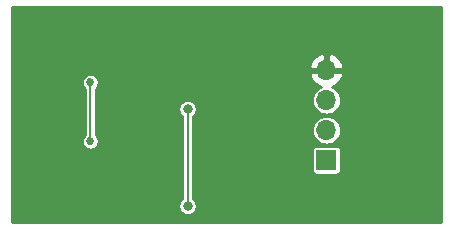
<source format=gbr>
G04 #@! TF.GenerationSoftware,KiCad,Pcbnew,(5.1.4)-1*
G04 #@! TF.CreationDate,2019-11-14T00:10:30-06:00*
G04 #@! TF.ProjectId,USB_Serial,5553425f-5365-4726-9961-6c2e6b696361,rev?*
G04 #@! TF.SameCoordinates,Original*
G04 #@! TF.FileFunction,Copper,L2,Bot*
G04 #@! TF.FilePolarity,Positive*
%FSLAX46Y46*%
G04 Gerber Fmt 4.6, Leading zero omitted, Abs format (unit mm)*
G04 Created by KiCad (PCBNEW (5.1.4)-1) date 2019-11-14 00:10:30*
%MOMM*%
%LPD*%
G04 APERTURE LIST*
%ADD10O,1.700000X1.700000*%
%ADD11R,1.700000X1.700000*%
%ADD12C,0.685800*%
%ADD13C,0.800000*%
%ADD14C,0.152400*%
%ADD15C,0.254000*%
G04 APERTURE END LIST*
D10*
X170500000Y-68980000D03*
X170500000Y-71520000D03*
X170500000Y-74060000D03*
D11*
X170500000Y-76600000D03*
D12*
X150500000Y-70000000D03*
X150500000Y-75000000D03*
D13*
X154500000Y-68500000D03*
X162750000Y-69000000D03*
X159750000Y-74750000D03*
X169500000Y-80500000D03*
X158750000Y-72250000D03*
X158750000Y-80500000D03*
D14*
X150500000Y-70000000D02*
X150500000Y-75000000D01*
X158750000Y-72250000D02*
X158750000Y-80500000D01*
D15*
G36*
X180224000Y-81844000D02*
G01*
X143906000Y-81844000D01*
X143906000Y-69928702D01*
X149776100Y-69928702D01*
X149776100Y-70071298D01*
X149803919Y-70211154D01*
X149858488Y-70342895D01*
X149937710Y-70461460D01*
X150038540Y-70562290D01*
X150042800Y-70565136D01*
X150042801Y-74434863D01*
X150038540Y-74437710D01*
X149937710Y-74538540D01*
X149858488Y-74657105D01*
X149803919Y-74788846D01*
X149776100Y-74928702D01*
X149776100Y-75071298D01*
X149803919Y-75211154D01*
X149858488Y-75342895D01*
X149937710Y-75461460D01*
X150038540Y-75562290D01*
X150157105Y-75641512D01*
X150288846Y-75696081D01*
X150428702Y-75723900D01*
X150571298Y-75723900D01*
X150711154Y-75696081D01*
X150842895Y-75641512D01*
X150961460Y-75562290D01*
X151062290Y-75461460D01*
X151141512Y-75342895D01*
X151196081Y-75211154D01*
X151223900Y-75071298D01*
X151223900Y-74928702D01*
X151196081Y-74788846D01*
X151141512Y-74657105D01*
X151062290Y-74538540D01*
X150961460Y-74437710D01*
X150957200Y-74434864D01*
X150957200Y-72173078D01*
X157969000Y-72173078D01*
X157969000Y-72326922D01*
X157999013Y-72477809D01*
X158057887Y-72619942D01*
X158143358Y-72747859D01*
X158252141Y-72856642D01*
X158292800Y-72883809D01*
X158292801Y-79866190D01*
X158252141Y-79893358D01*
X158143358Y-80002141D01*
X158057887Y-80130058D01*
X157999013Y-80272191D01*
X157969000Y-80423078D01*
X157969000Y-80576922D01*
X157999013Y-80727809D01*
X158057887Y-80869942D01*
X158143358Y-80997859D01*
X158252141Y-81106642D01*
X158380058Y-81192113D01*
X158522191Y-81250987D01*
X158673078Y-81281000D01*
X158826922Y-81281000D01*
X158977809Y-81250987D01*
X159119942Y-81192113D01*
X159247859Y-81106642D01*
X159356642Y-80997859D01*
X159442113Y-80869942D01*
X159500987Y-80727809D01*
X159531000Y-80576922D01*
X159531000Y-80423078D01*
X159500987Y-80272191D01*
X159442113Y-80130058D01*
X159356642Y-80002141D01*
X159247859Y-79893358D01*
X159207200Y-79866191D01*
X159207200Y-75750000D01*
X169267157Y-75750000D01*
X169267157Y-77450000D01*
X169274513Y-77524689D01*
X169296299Y-77596508D01*
X169331678Y-77662696D01*
X169379289Y-77720711D01*
X169437304Y-77768322D01*
X169503492Y-77803701D01*
X169575311Y-77825487D01*
X169650000Y-77832843D01*
X171350000Y-77832843D01*
X171424689Y-77825487D01*
X171496508Y-77803701D01*
X171562696Y-77768322D01*
X171620711Y-77720711D01*
X171668322Y-77662696D01*
X171703701Y-77596508D01*
X171725487Y-77524689D01*
X171732843Y-77450000D01*
X171732843Y-75750000D01*
X171725487Y-75675311D01*
X171703701Y-75603492D01*
X171668322Y-75537304D01*
X171620711Y-75479289D01*
X171562696Y-75431678D01*
X171496508Y-75396299D01*
X171424689Y-75374513D01*
X171350000Y-75367157D01*
X169650000Y-75367157D01*
X169575311Y-75374513D01*
X169503492Y-75396299D01*
X169437304Y-75431678D01*
X169379289Y-75479289D01*
X169331678Y-75537304D01*
X169296299Y-75603492D01*
X169274513Y-75675311D01*
X169267157Y-75750000D01*
X159207200Y-75750000D01*
X159207200Y-74060000D01*
X169263044Y-74060000D01*
X169286812Y-74301318D01*
X169357202Y-74533363D01*
X169471509Y-74747216D01*
X169625340Y-74934660D01*
X169812784Y-75088491D01*
X170026637Y-75202798D01*
X170258682Y-75273188D01*
X170439528Y-75291000D01*
X170560472Y-75291000D01*
X170741318Y-75273188D01*
X170973363Y-75202798D01*
X171187216Y-75088491D01*
X171374660Y-74934660D01*
X171528491Y-74747216D01*
X171642798Y-74533363D01*
X171713188Y-74301318D01*
X171736956Y-74060000D01*
X171713188Y-73818682D01*
X171642798Y-73586637D01*
X171528491Y-73372784D01*
X171374660Y-73185340D01*
X171187216Y-73031509D01*
X170973363Y-72917202D01*
X170741318Y-72846812D01*
X170560472Y-72829000D01*
X170439528Y-72829000D01*
X170258682Y-72846812D01*
X170026637Y-72917202D01*
X169812784Y-73031509D01*
X169625340Y-73185340D01*
X169471509Y-73372784D01*
X169357202Y-73586637D01*
X169286812Y-73818682D01*
X169263044Y-74060000D01*
X159207200Y-74060000D01*
X159207200Y-72883809D01*
X159247859Y-72856642D01*
X159356642Y-72747859D01*
X159442113Y-72619942D01*
X159500987Y-72477809D01*
X159531000Y-72326922D01*
X159531000Y-72173078D01*
X159500987Y-72022191D01*
X159442113Y-71880058D01*
X159356642Y-71752141D01*
X159247859Y-71643358D01*
X159119942Y-71557887D01*
X158977809Y-71499013D01*
X158826922Y-71469000D01*
X158673078Y-71469000D01*
X158522191Y-71499013D01*
X158380058Y-71557887D01*
X158252141Y-71643358D01*
X158143358Y-71752141D01*
X158057887Y-71880058D01*
X157999013Y-72022191D01*
X157969000Y-72173078D01*
X150957200Y-72173078D01*
X150957200Y-70565136D01*
X150961460Y-70562290D01*
X151062290Y-70461460D01*
X151141512Y-70342895D01*
X151196081Y-70211154D01*
X151223900Y-70071298D01*
X151223900Y-69928702D01*
X151196081Y-69788846D01*
X151141512Y-69657105D01*
X151062290Y-69538540D01*
X150961460Y-69437710D01*
X150842895Y-69358488D01*
X150790753Y-69336890D01*
X169058524Y-69336890D01*
X169103175Y-69484099D01*
X169228359Y-69746920D01*
X169402412Y-69980269D01*
X169618645Y-70175178D01*
X169868748Y-70324157D01*
X170023305Y-70378983D01*
X169812784Y-70491509D01*
X169625340Y-70645340D01*
X169471509Y-70832784D01*
X169357202Y-71046637D01*
X169286812Y-71278682D01*
X169263044Y-71520000D01*
X169286812Y-71761318D01*
X169357202Y-71993363D01*
X169471509Y-72207216D01*
X169625340Y-72394660D01*
X169812784Y-72548491D01*
X170026637Y-72662798D01*
X170258682Y-72733188D01*
X170439528Y-72751000D01*
X170560472Y-72751000D01*
X170741318Y-72733188D01*
X170973363Y-72662798D01*
X171187216Y-72548491D01*
X171374660Y-72394660D01*
X171528491Y-72207216D01*
X171642798Y-71993363D01*
X171713188Y-71761318D01*
X171736956Y-71520000D01*
X171713188Y-71278682D01*
X171642798Y-71046637D01*
X171528491Y-70832784D01*
X171374660Y-70645340D01*
X171187216Y-70491509D01*
X170976695Y-70378983D01*
X171131252Y-70324157D01*
X171381355Y-70175178D01*
X171597588Y-69980269D01*
X171771641Y-69746920D01*
X171896825Y-69484099D01*
X171941476Y-69336890D01*
X171820155Y-69107000D01*
X170627000Y-69107000D01*
X170627000Y-69127000D01*
X170373000Y-69127000D01*
X170373000Y-69107000D01*
X169179845Y-69107000D01*
X169058524Y-69336890D01*
X150790753Y-69336890D01*
X150711154Y-69303919D01*
X150571298Y-69276100D01*
X150428702Y-69276100D01*
X150288846Y-69303919D01*
X150157105Y-69358488D01*
X150038540Y-69437710D01*
X149937710Y-69538540D01*
X149858488Y-69657105D01*
X149803919Y-69788846D01*
X149776100Y-69928702D01*
X143906000Y-69928702D01*
X143906000Y-68623110D01*
X169058524Y-68623110D01*
X169179845Y-68853000D01*
X170373000Y-68853000D01*
X170373000Y-67659186D01*
X170627000Y-67659186D01*
X170627000Y-68853000D01*
X171820155Y-68853000D01*
X171941476Y-68623110D01*
X171896825Y-68475901D01*
X171771641Y-68213080D01*
X171597588Y-67979731D01*
X171381355Y-67784822D01*
X171131252Y-67635843D01*
X170856891Y-67538519D01*
X170627000Y-67659186D01*
X170373000Y-67659186D01*
X170143109Y-67538519D01*
X169868748Y-67635843D01*
X169618645Y-67784822D01*
X169402412Y-67979731D01*
X169228359Y-68213080D01*
X169103175Y-68475901D01*
X169058524Y-68623110D01*
X143906000Y-68623110D01*
X143906000Y-63656000D01*
X180224001Y-63656000D01*
X180224000Y-81844000D01*
X180224000Y-81844000D01*
G37*
X180224000Y-81844000D02*
X143906000Y-81844000D01*
X143906000Y-69928702D01*
X149776100Y-69928702D01*
X149776100Y-70071298D01*
X149803919Y-70211154D01*
X149858488Y-70342895D01*
X149937710Y-70461460D01*
X150038540Y-70562290D01*
X150042800Y-70565136D01*
X150042801Y-74434863D01*
X150038540Y-74437710D01*
X149937710Y-74538540D01*
X149858488Y-74657105D01*
X149803919Y-74788846D01*
X149776100Y-74928702D01*
X149776100Y-75071298D01*
X149803919Y-75211154D01*
X149858488Y-75342895D01*
X149937710Y-75461460D01*
X150038540Y-75562290D01*
X150157105Y-75641512D01*
X150288846Y-75696081D01*
X150428702Y-75723900D01*
X150571298Y-75723900D01*
X150711154Y-75696081D01*
X150842895Y-75641512D01*
X150961460Y-75562290D01*
X151062290Y-75461460D01*
X151141512Y-75342895D01*
X151196081Y-75211154D01*
X151223900Y-75071298D01*
X151223900Y-74928702D01*
X151196081Y-74788846D01*
X151141512Y-74657105D01*
X151062290Y-74538540D01*
X150961460Y-74437710D01*
X150957200Y-74434864D01*
X150957200Y-72173078D01*
X157969000Y-72173078D01*
X157969000Y-72326922D01*
X157999013Y-72477809D01*
X158057887Y-72619942D01*
X158143358Y-72747859D01*
X158252141Y-72856642D01*
X158292800Y-72883809D01*
X158292801Y-79866190D01*
X158252141Y-79893358D01*
X158143358Y-80002141D01*
X158057887Y-80130058D01*
X157999013Y-80272191D01*
X157969000Y-80423078D01*
X157969000Y-80576922D01*
X157999013Y-80727809D01*
X158057887Y-80869942D01*
X158143358Y-80997859D01*
X158252141Y-81106642D01*
X158380058Y-81192113D01*
X158522191Y-81250987D01*
X158673078Y-81281000D01*
X158826922Y-81281000D01*
X158977809Y-81250987D01*
X159119942Y-81192113D01*
X159247859Y-81106642D01*
X159356642Y-80997859D01*
X159442113Y-80869942D01*
X159500987Y-80727809D01*
X159531000Y-80576922D01*
X159531000Y-80423078D01*
X159500987Y-80272191D01*
X159442113Y-80130058D01*
X159356642Y-80002141D01*
X159247859Y-79893358D01*
X159207200Y-79866191D01*
X159207200Y-75750000D01*
X169267157Y-75750000D01*
X169267157Y-77450000D01*
X169274513Y-77524689D01*
X169296299Y-77596508D01*
X169331678Y-77662696D01*
X169379289Y-77720711D01*
X169437304Y-77768322D01*
X169503492Y-77803701D01*
X169575311Y-77825487D01*
X169650000Y-77832843D01*
X171350000Y-77832843D01*
X171424689Y-77825487D01*
X171496508Y-77803701D01*
X171562696Y-77768322D01*
X171620711Y-77720711D01*
X171668322Y-77662696D01*
X171703701Y-77596508D01*
X171725487Y-77524689D01*
X171732843Y-77450000D01*
X171732843Y-75750000D01*
X171725487Y-75675311D01*
X171703701Y-75603492D01*
X171668322Y-75537304D01*
X171620711Y-75479289D01*
X171562696Y-75431678D01*
X171496508Y-75396299D01*
X171424689Y-75374513D01*
X171350000Y-75367157D01*
X169650000Y-75367157D01*
X169575311Y-75374513D01*
X169503492Y-75396299D01*
X169437304Y-75431678D01*
X169379289Y-75479289D01*
X169331678Y-75537304D01*
X169296299Y-75603492D01*
X169274513Y-75675311D01*
X169267157Y-75750000D01*
X159207200Y-75750000D01*
X159207200Y-74060000D01*
X169263044Y-74060000D01*
X169286812Y-74301318D01*
X169357202Y-74533363D01*
X169471509Y-74747216D01*
X169625340Y-74934660D01*
X169812784Y-75088491D01*
X170026637Y-75202798D01*
X170258682Y-75273188D01*
X170439528Y-75291000D01*
X170560472Y-75291000D01*
X170741318Y-75273188D01*
X170973363Y-75202798D01*
X171187216Y-75088491D01*
X171374660Y-74934660D01*
X171528491Y-74747216D01*
X171642798Y-74533363D01*
X171713188Y-74301318D01*
X171736956Y-74060000D01*
X171713188Y-73818682D01*
X171642798Y-73586637D01*
X171528491Y-73372784D01*
X171374660Y-73185340D01*
X171187216Y-73031509D01*
X170973363Y-72917202D01*
X170741318Y-72846812D01*
X170560472Y-72829000D01*
X170439528Y-72829000D01*
X170258682Y-72846812D01*
X170026637Y-72917202D01*
X169812784Y-73031509D01*
X169625340Y-73185340D01*
X169471509Y-73372784D01*
X169357202Y-73586637D01*
X169286812Y-73818682D01*
X169263044Y-74060000D01*
X159207200Y-74060000D01*
X159207200Y-72883809D01*
X159247859Y-72856642D01*
X159356642Y-72747859D01*
X159442113Y-72619942D01*
X159500987Y-72477809D01*
X159531000Y-72326922D01*
X159531000Y-72173078D01*
X159500987Y-72022191D01*
X159442113Y-71880058D01*
X159356642Y-71752141D01*
X159247859Y-71643358D01*
X159119942Y-71557887D01*
X158977809Y-71499013D01*
X158826922Y-71469000D01*
X158673078Y-71469000D01*
X158522191Y-71499013D01*
X158380058Y-71557887D01*
X158252141Y-71643358D01*
X158143358Y-71752141D01*
X158057887Y-71880058D01*
X157999013Y-72022191D01*
X157969000Y-72173078D01*
X150957200Y-72173078D01*
X150957200Y-70565136D01*
X150961460Y-70562290D01*
X151062290Y-70461460D01*
X151141512Y-70342895D01*
X151196081Y-70211154D01*
X151223900Y-70071298D01*
X151223900Y-69928702D01*
X151196081Y-69788846D01*
X151141512Y-69657105D01*
X151062290Y-69538540D01*
X150961460Y-69437710D01*
X150842895Y-69358488D01*
X150790753Y-69336890D01*
X169058524Y-69336890D01*
X169103175Y-69484099D01*
X169228359Y-69746920D01*
X169402412Y-69980269D01*
X169618645Y-70175178D01*
X169868748Y-70324157D01*
X170023305Y-70378983D01*
X169812784Y-70491509D01*
X169625340Y-70645340D01*
X169471509Y-70832784D01*
X169357202Y-71046637D01*
X169286812Y-71278682D01*
X169263044Y-71520000D01*
X169286812Y-71761318D01*
X169357202Y-71993363D01*
X169471509Y-72207216D01*
X169625340Y-72394660D01*
X169812784Y-72548491D01*
X170026637Y-72662798D01*
X170258682Y-72733188D01*
X170439528Y-72751000D01*
X170560472Y-72751000D01*
X170741318Y-72733188D01*
X170973363Y-72662798D01*
X171187216Y-72548491D01*
X171374660Y-72394660D01*
X171528491Y-72207216D01*
X171642798Y-71993363D01*
X171713188Y-71761318D01*
X171736956Y-71520000D01*
X171713188Y-71278682D01*
X171642798Y-71046637D01*
X171528491Y-70832784D01*
X171374660Y-70645340D01*
X171187216Y-70491509D01*
X170976695Y-70378983D01*
X171131252Y-70324157D01*
X171381355Y-70175178D01*
X171597588Y-69980269D01*
X171771641Y-69746920D01*
X171896825Y-69484099D01*
X171941476Y-69336890D01*
X171820155Y-69107000D01*
X170627000Y-69107000D01*
X170627000Y-69127000D01*
X170373000Y-69127000D01*
X170373000Y-69107000D01*
X169179845Y-69107000D01*
X169058524Y-69336890D01*
X150790753Y-69336890D01*
X150711154Y-69303919D01*
X150571298Y-69276100D01*
X150428702Y-69276100D01*
X150288846Y-69303919D01*
X150157105Y-69358488D01*
X150038540Y-69437710D01*
X149937710Y-69538540D01*
X149858488Y-69657105D01*
X149803919Y-69788846D01*
X149776100Y-69928702D01*
X143906000Y-69928702D01*
X143906000Y-68623110D01*
X169058524Y-68623110D01*
X169179845Y-68853000D01*
X170373000Y-68853000D01*
X170373000Y-67659186D01*
X170627000Y-67659186D01*
X170627000Y-68853000D01*
X171820155Y-68853000D01*
X171941476Y-68623110D01*
X171896825Y-68475901D01*
X171771641Y-68213080D01*
X171597588Y-67979731D01*
X171381355Y-67784822D01*
X171131252Y-67635843D01*
X170856891Y-67538519D01*
X170627000Y-67659186D01*
X170373000Y-67659186D01*
X170143109Y-67538519D01*
X169868748Y-67635843D01*
X169618645Y-67784822D01*
X169402412Y-67979731D01*
X169228359Y-68213080D01*
X169103175Y-68475901D01*
X169058524Y-68623110D01*
X143906000Y-68623110D01*
X143906000Y-63656000D01*
X180224001Y-63656000D01*
X180224000Y-81844000D01*
M02*

</source>
